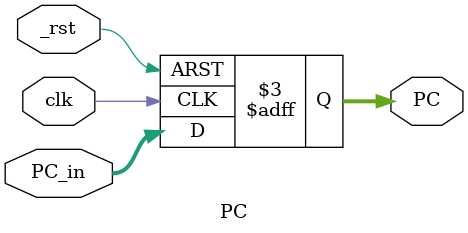
<source format=sv>
module PC ( // program_counter
		input clk, _rst, 
		input [7:0] PC_in, 
		output reg[7:0] PC
	);

	always_ff @ (posedge clk, negedge _rst) begin
		
		if (!_rst)
			PC = 8'b0;
		else
			PC = PC_in;
		
	end

endmodule

</source>
